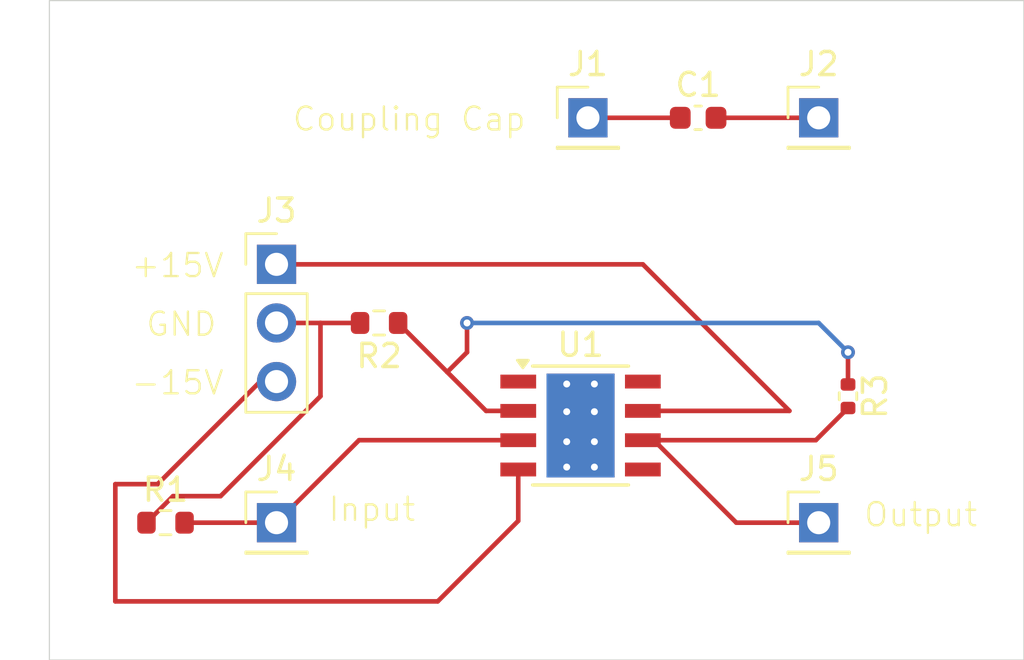
<source format=kicad_pcb>
(kicad_pcb (version 20240108) (generator "pcbnew") (generator_version "8.0")
  (layers (0 "F.Cu" signal) (31 "B.Cu" signal) (34 "B.Paste" user) (35 "F.Paste" user) (36 "B.SilkS" user "B.Silkscreen") (37 "F.SilkS" user "F.Silkscreen") (38 "B.Mask" user) (39 "F.Mask" user) (44 "Edge.Cuts" user))
  (net 0 "")
  (net 1 "Net-(J2-Pin_1)")
  (net 2 "Net-(J1-Pin_1)")
  (net 3 "-15V")
  (net 4 "+15V")
  (net 5 "Earth")
  (net 6 "Input")
  (net 7 "Output")
  (net 8 "Net-(U1--)")
  (footprint "Connector_PinHeader_2.54mm:PinHeader_1x01_P2.54mm_Vertical" (layer "F.Cu") (at 154.305 102)
    (property "Reference" "J5" (at 0 -2.33 0) (layer "F.SilkS"))
    (property "Value" "Conn_01x01_Pin")
    (fp_line (start -1.33 -1.33) (end 0 -1.33) (stroke (width 0.12)) (layer "F.SilkS"))
    (fp_line (start -1.33 0) (end -1.33 -1.33) (stroke (width 0.12)) (layer "F.SilkS"))
    (fp_line (start -1.33 1.27) (end -1.33 1.33) (stroke (width 0.12)) (layer "F.SilkS"))
    (fp_line (start -1.33 1.27) (end 1.33 1.27) (stroke (width 0.12)) (layer "F.SilkS"))
    (fp_line (start -1.33 1.33) (end 1.33 1.33) (stroke (width 0.12)) (layer "F.SilkS"))
    (fp_line (start 1.33 1.27) (end 1.33 1.33) (stroke (width 0.12)) (layer "F.SilkS"))
    (pad "1" thru_hole rect (at 0 0) (size 1.7 1.7) (drill 1) (layers "*.Cu" "*.Mask") (net 7 "Output"))
  )
  (footprint "Package_SO:TI_SO-PowerPAD-8_ThermalVias" (layer "F.Cu") (at 143.985 97.79)
    (property "Reference" "U1" (at 0 -3.5 0) (layer "F.SilkS"))
    (property "Value" "THS3091DDAR")
    (fp_line (start -2.075 -2.575) (end 2.075 -2.575) (stroke (width 0.15)) (layer "F.SilkS"))
    (fp_line (start -2.075 2.575) (end 2.075 2.575) (stroke (width 0.15)) (layer "F.SilkS"))
    (fp_poly (pts (xy -2.5 -2.5) (xy -2.74 -2.83) (xy -2.26 -2.83) (xy -2.5 -2.5)) (stroke (width 0.12)) (fill solid) (layer "F.SilkS"))
    (pad "1" smd rect (at -2.7 -1.905) (size 1.55 0.6) (layers "F.Cu" "F.Paste" "F.Mask"))
    (pad "2" smd rect (at -2.7 -0.635) (size 1.55 0.6) (layers "F.Cu" "F.Paste" "F.Mask") (net 8 "Net-(U1--)"))
    (pad "3" smd rect (at -2.7 0.635) (size 1.55 0.6) (layers "F.Cu" "F.Paste" "F.Mask") (net 6 "Input"))
    (pad "4" smd rect (at -2.7 1.905) (size 1.55 0.6) (layers "F.Cu" "F.Paste" "F.Mask") (net 3 "-15V"))
    (pad "5" smd rect (at 2.7 1.905) (size 1.55 0.6) (layers "F.Cu" "F.Paste" "F.Mask"))
    (pad "6" smd rect (at 2.7 0.635) (size 1.55 0.6) (layers "F.Cu" "F.Paste" "F.Mask") (net 7 "Output"))
    (pad "7" smd rect (at 2.7 -0.635) (size 1.55 0.6) (layers "F.Cu" "F.Paste" "F.Mask") (net 4 "+15V"))
    (pad "8" smd rect (at 2.7 -1.905) (size 1.55 0.6) (layers "F.Cu" "F.Paste" "F.Mask"))
    (pad "9" thru_hole circle (at -0.6 -1.8) (size 0.6 0.6) (drill 0.3) (layers "*.Cu"))
    (pad "9" thru_hole circle (at -0.6 -0.6) (size 0.6 0.6) (drill 0.3) (layers "*.Cu"))
    (pad "9" thru_hole circle (at -0.6 0.7) (size 0.6 0.6) (drill 0.3) (layers "*.Cu"))
    (pad "9" thru_hole circle (at -0.6 1.8) (size 0.6 0.6) (drill 0.3) (layers "*.Cu"))
    (pad "9" smd rect (at 0 0) (size 2.6 3.1) (layers "F.Cu" "F.Paste" "F.Mask"))
    (pad "9" smd rect (at 0 0) (size 2.95 4.5) (layers "F.Cu"))
    (pad "9" smd rect (at 0 0) (size 2.95 4.5) (layers "B.Cu"))
    (pad "9" thru_hole circle (at 0.6 -1.8) (size 0.6 0.6) (drill 0.3) (layers "*.Cu"))
    (pad "9" thru_hole circle (at 0.6 -0.6) (size 0.6 0.6) (drill 0.3) (layers "*.Cu"))
    (pad "9" thru_hole circle (at 0.6 0.7) (size 0.6 0.6) (drill 0.3) (layers "*.Cu"))
    (pad "9" thru_hole circle (at 0.6 1.8) (size 0.6 0.6) (drill 0.3) (layers "*.Cu"))
  )
  (footprint "Connector_PinHeader_2.54mm:PinHeader_1x01_P2.54mm_Vertical" (layer "F.Cu") (at 154.305 84.455)
    (property "Reference" "J2" (at 0 -2.33 0) (layer "F.SilkS"))
    (property "Value" "Conn_01x01_Pin")
    (fp_line (start -1.33 -1.33) (end 0 -1.33) (stroke (width 0.12)) (layer "F.SilkS"))
    (fp_line (start -1.33 0) (end -1.33 -1.33) (stroke (width 0.12)) (layer "F.SilkS"))
    (fp_line (start -1.33 1.27) (end -1.33 1.33) (stroke (width 0.12)) (layer "F.SilkS"))
    (fp_line (start -1.33 1.27) (end 1.33 1.27) (stroke (width 0.12)) (layer "F.SilkS"))
    (fp_line (start -1.33 1.33) (end 1.33 1.33) (stroke (width 0.12)) (layer "F.SilkS"))
    (fp_line (start 1.33 1.27) (end 1.33 1.33) (stroke (width 0.12)) (layer "F.SilkS"))
    (pad "1" thru_hole rect (at 0 0) (size 1.7 1.7) (drill 1) (layers "*.Cu" "*.Mask") (net 1 "Net-(J2-Pin_1)"))
  )
  (footprint "Connector_PinHeader_2.54mm:PinHeader_1x01_P2.54mm_Vertical" (layer "F.Cu") (at 144.305 84.455)
    (property "Reference" "J1" (at 0 -2.33 0) (layer "F.SilkS"))
    (property "Value" "Conn_01x01_Pin")
    (fp_line (start -1.33 -1.33) (end 0 -1.33) (stroke (width 0.12)) (layer "F.SilkS"))
    (fp_line (start -1.33 0) (end -1.33 -1.33) (stroke (width 0.12)) (layer "F.SilkS"))
    (fp_line (start -1.33 1.27) (end -1.33 1.33) (stroke (width 0.12)) (layer "F.SilkS"))
    (fp_line (start -1.33 1.27) (end 1.33 1.27) (stroke (width 0.12)) (layer "F.SilkS"))
    (fp_line (start -1.33 1.33) (end 1.33 1.33) (stroke (width 0.12)) (layer "F.SilkS"))
    (fp_line (start 1.33 1.27) (end 1.33 1.33) (stroke (width 0.12)) (layer "F.SilkS"))
    (pad "1" thru_hole rect (at 0 0) (size 1.7 1.7) (drill 1) (layers "*.Cu" "*.Mask") (net 2 "Net-(J1-Pin_1)"))
  )
  (footprint "Capacitor_SMD:C_0603_1608Metric" (layer "F.Cu") (at 149.08 84.455)
    (property "Reference" "C1" (at 0 -1.43 0) (layer "F.SilkS"))
    (property "Value" "CC0603KRX7R9BB104")
    (fp_line (start -0.14058 -0.51) (end 0.14058 -0.51) (stroke (width 0.12)) (layer "F.SilkS"))
    (fp_line (start -0.14058 0.51) (end 0.14058 0.51) (stroke (width 0.12)) (layer "F.SilkS"))
    (pad "1" smd roundrect (at -0.775 0) (size 0.9 0.95) (layers "F.Cu" "F.Paste" "F.Mask") (net 2 "Net-(J1-Pin_1)"))
    (pad "2" smd roundrect (at 0.775 0) (size 0.9 0.95) (layers "F.Cu" "F.Paste" "F.Mask") (net 1 "Net-(J2-Pin_1)"))
  )
  (footprint "Resistor_SMD:R_0603_1608Metric" (layer "F.Cu") (at 126 102)
    (property "Reference" "R1" (at 0 -1.43 0) (layer "F.SilkS"))
    (property "Value" "RT0603BRE0750RL")
    (fp_line (start -0.237258 -0.5225) (end 0.237258 -0.5225) (stroke (width 0.12)) (layer "F.SilkS"))
    (fp_line (start -0.237258 0.5225) (end 0.237258 0.5225) (stroke (width 0.12)) (layer "F.SilkS"))
    (pad "1" smd roundrect (at -0.825 0) (size 0.8 0.95) (layers "F.Cu" "F.Paste" "F.Mask") (net 5 "Earth"))
    (pad "2" smd roundrect (at 0.825 0) (size 0.8 0.95) (layers "F.Cu" "F.Paste" "F.Mask") (net 6 "Input"))
  )
  (footprint "Resistor_SMD:R_0603_1608Metric" (layer "F.Cu") (at 135.255 93.345 180)
    (property "Reference" "R2" (at 0 -1.43 0) (layer "F.SilkS"))
    (property "Value" "0603WAF1001T5E")
    (fp_line (start -0.237258 0.5225) (end 0.237258 0.5225) (stroke (width 0.12)) (layer "F.SilkS"))
    (fp_line (start -0.237258 -0.5225) (end 0.237258 -0.5225) (stroke (width 0.12)) (layer "F.SilkS"))
    (pad "1" smd roundrect (at -0.825 0 180) (size 0.8 0.95) (layers "F.Cu" "F.Paste" "F.Mask") (net 8 "Net-(U1--)"))
    (pad "2" smd roundrect (at 0.825 0 180) (size 0.8 0.95) (layers "F.Cu" "F.Paste" "F.Mask") (net 5 "Earth"))
  )
  (footprint "Resistor_SMD:R_0402_1005Metric" (layer "F.Cu") (at 155.575 96.52 -90)
    (property "Reference" "R3" (at 0 -1.17 90) (layer "F.SilkS"))
    (property "Value" "RTT025002FTH")
    (fp_line (start -0.153641 0.38) (end 0.153641 0.38) (stroke (width 0.12)) (layer "F.SilkS"))
    (fp_line (start -0.153641 -0.38) (end 0.153641 -0.38) (stroke (width 0.12)) (layer "F.SilkS"))
    (pad "1" smd roundrect (at -0.51 0 270) (size 0.54 0.64) (layers "F.Cu" "F.Paste" "F.Mask") (net 8 "Net-(U1--)"))
    (pad "2" smd roundrect (at 0.51 0 270) (size 0.54 0.64) (layers "F.Cu" "F.Paste" "F.Mask") (net 7 "Output"))
  )
  (footprint "Connector_PinHeader_2.54mm:PinHeader_1x01_P2.54mm_Vertical" (layer "F.Cu") (at 130.81 102)
    (property "Reference" "J4" (at 0 -2.33 0) (layer "F.SilkS"))
    (property "Value" "Conn_01x01_Pin")
    (fp_line (start -1.33 -1.33) (end 0 -1.33) (stroke (width 0.12)) (layer "F.SilkS"))
    (fp_line (start -1.33 0) (end -1.33 -1.33) (stroke (width 0.12)) (layer "F.SilkS"))
    (fp_line (start -1.33 1.27) (end -1.33 1.33) (stroke (width 0.12)) (layer "F.SilkS"))
    (fp_line (start -1.33 1.27) (end 1.33 1.27) (stroke (width 0.12)) (layer "F.SilkS"))
    (fp_line (start -1.33 1.33) (end 1.33 1.33) (stroke (width 0.12)) (layer "F.SilkS"))
    (fp_line (start 1.33 1.27) (end 1.33 1.33) (stroke (width 0.12)) (layer "F.SilkS"))
    (pad "1" thru_hole rect (at 0 0) (size 1.7 1.7) (drill 1) (layers "*.Cu" "*.Mask") (net 6 "Input"))
  )
  (footprint "Connector_PinHeader_2.54mm:PinHeader_1x03_P2.54mm_Vertical" (layer "F.Cu") (at 130.81 90.805)
    (property "Reference" "J3" (at 0 -2.33 0) (layer "F.SilkS"))
    (property "Value" "Conn_01x03_Pin")
    (fp_line (start -1.33 -1.33) (end 0 -1.33) (stroke (width 0.12)) (layer "F.SilkS"))
    (fp_line (start -1.33 0) (end -1.33 -1.33) (stroke (width 0.12)) (layer "F.SilkS"))
    (fp_line (start -1.33 1.27) (end -1.33 6.41) (stroke (width 0.12)) (layer "F.SilkS"))
    (fp_line (start -1.33 1.27) (end 1.33 1.27) (stroke (width 0.12)) (layer "F.SilkS"))
    (fp_line (start -1.33 6.41) (end 1.33 6.41) (stroke (width 0.12)) (layer "F.SilkS"))
    (fp_line (start 1.33 1.27) (end 1.33 6.41) (stroke (width 0.12)) (layer "F.SilkS"))
    (pad "1" thru_hole rect (at 0 0) (size 1.7 1.7) (drill 1) (layers "*.Cu" "*.Mask") (net 4 "+15V"))
    (pad "2" thru_hole oval (at 0 2.54) (size 1.7 1.7) (drill 1) (layers "*.Cu" "*.Mask") (net 5 "Earth"))
    (pad "3" thru_hole oval (at 0 5.08) (size 1.7 1.7) (drill 1) (layers "*.Cu" "*.Mask") (net 3 "-15V"))
  )
  (gr_rect (start 120.9675 79.375) (end 163.195 107.95) (stroke (width 0.05)) (fill none) (layer "Edge.Cuts"))
  (gr_text "Coupling Cap" (at 131.445 85.09 0) (layer "F.SilkS") (effects (font (size 1 1) (thickness 0.1)) (justify left bottom)))
  (gr_text "GND" (at 125.095 93.98 0) (layer "F.SilkS") (effects (font (size 1 1) (thickness 0.1)) (justify left bottom)))
  (gr_text "-15V" (at 124.46 96.52 0) (layer "F.SilkS") (effects (font (size 1 1) (thickness 0.1)) (justify left bottom)))
  (gr_text "Output" (at 156.21 102.235 0) (layer "F.SilkS") (effects (font (size 1 1) (thickness 0.1)) (justify left bottom)))
  (gr_text "Input" (at 133 102 0) (layer "F.SilkS") (effects (font (size 1 1) (thickness 0.1)) (justify left bottom)))
  (gr_text "+15V" (at 124.46 91.44 0) (layer "F.SilkS") (effects (font (size 1 1) (thickness 0.1)) (justify left bottom)))
  (segment (start 149.855 84.455) (end 154.305 84.455) (width 0.2) (layer "F.Cu") (net 1))
  (segment (start 144.305 84.455) (end 148.305 84.455) (width 0.2) (layer "F.Cu") (net 2))
  (segment (start 130.81 95.885) (end 130.102352 95.885) (width 0.2) (layer "F.Cu") (net 3))
  (segment (start 130.102352 95.885) (end 125.657352 100.33) (width 0.2) (layer "F.Cu") (net 3))
  (segment (start 137.795 105.41) (end 141.285 101.92) (width 0.2) (layer "F.Cu") (net 3))
  (segment (start 123.825 100.33) (end 123.825 105.41) (width 0.2) (layer "F.Cu") (net 3))
  (segment (start 141.285 101.92) (end 141.285 99.695) (width 0.2) (layer "F.Cu") (net 3))
  (segment (start 123.825 105.41) (end 137.795 105.41) (width 0.2) (layer "F.Cu") (net 3))
  (segment (start 125.657352 100.33) (end 123.825 100.33) (width 0.2) (layer "F.Cu") (net 3))
  (segment (start 146.685 97.155) (end 153.035 97.155) (width 0.2) (layer "F.Cu") (net 4))
  (segment (start 153.035 97.155) (end 146.685 90.805) (width 0.2) (layer "F.Cu") (net 4))
  (segment (start 146.685 90.805) (end 130.81 90.805) (width 0.2) (layer "F.Cu") (net 4))
  (segment (start 132.715 96.52) (end 132.715 93.345) (width 0.2) (layer "F.Cu") (net 5))
  (segment (start 125.175 102) (end 126.325 100.85) (width 0.2) (layer "F.Cu") (net 5))
  (segment (start 132.715 93.345) (end 134.43 93.345) (width 0.2) (layer "F.Cu") (net 5))
  (segment (start 130.81 93.345) (end 132.715 93.345) (width 0.2) (layer "F.Cu") (net 5))
  (segment (start 126.325 100.85) (end 128.385 100.85) (width 0.2) (layer "F.Cu") (net 5))
  (segment (start 128.385 100.85) (end 132.715 96.52) (width 0.2) (layer "F.Cu") (net 5))
  (segment (start 130.81 102) (end 126.825 102) (width 0.2) (layer "F.Cu") (net 6))
  (segment (start 134.385 98.425) (end 130.81 102) (width 0.2) (layer "F.Cu") (net 6))
  (segment (start 141.285 98.425) (end 134.385 98.425) (width 0.2) (layer "F.Cu") (net 6))
  (segment (start 154.18 98.425) (end 146.685 98.425) (width 0.2) (layer "F.Cu") (net 7))
  (segment (start 155.575 97.03) (end 154.18 98.425) (width 0.2) (layer "F.Cu") (net 7))
  (segment (start 147.16 98.425) (end 150.735 102) (width 0.2) (layer "F.Cu") (net 7))
  (segment (start 146.685 98.425) (end 147.16 98.425) (width 0.2) (layer "F.Cu") (net 7))
  (segment (start 150.735 102) (end 154.305 102) (width 0.2) (layer "F.Cu") (net 7))
  (segment (start 136.08 93.345) (end 138.2075 95.4725) (width 0.2) (layer "F.Cu") (net 8))
  (segment (start 139.065 93.345) (end 139.065 94.615) (width 0.2) (layer "F.Cu") (net 8))
  (segment (start 139.065 94.615) (end 138.2075 95.4725) (width 0.2) (layer "F.Cu") (net 8))
  (segment (start 155.575 96.01) (end 155.575 94.615) (width 0.2) (layer "F.Cu") (net 8))
  (segment (start 139.89 97.155) (end 141.285 97.155) (width 0.2) (layer "F.Cu") (net 8))
  (segment (start 138.2075 95.4725) (end 139.89 97.155) (width 0.2) (layer "F.Cu") (net 8))
  (via (at 155.575 94.615) (size 0.6) (drill 0.3) (layers "F.Cu" "B.Cu") (net 8))
  (via (at 139.065 93.345) (size 0.6) (drill 0.3) (layers "F.Cu" "B.Cu") (net 8))
  (segment (start 154.305 93.345) (end 139.065 93.345) (width 0.2) (layer "B.Cu") (net 8))
  (segment (start 155.575 94.615) (end 154.305 93.345) (width 0.2) (layer "B.Cu") (net 8))
)
</source>
